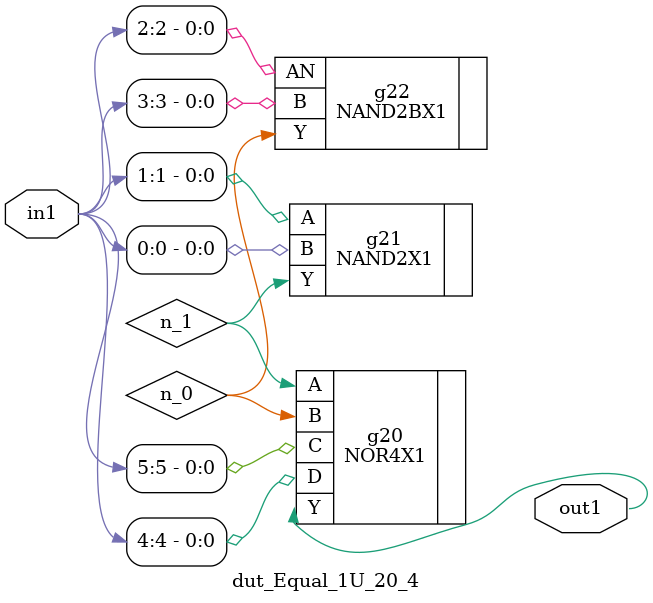
<source format=v>
`timescale 1ps / 1ps


module dut_Equal_1U_20_4(in1, out1);
  input [5:0] in1;
  output out1;
  wire [5:0] in1;
  wire out1;
  wire n_0, n_1;
  NOR4X1 g20(.A (n_1), .B (n_0), .C (in1[5]), .D (in1[4]), .Y (out1));
  NAND2X1 g21(.A (in1[1]), .B (in1[0]), .Y (n_1));
  NAND2BX1 g22(.AN (in1[2]), .B (in1[3]), .Y (n_0));
endmodule



</source>
